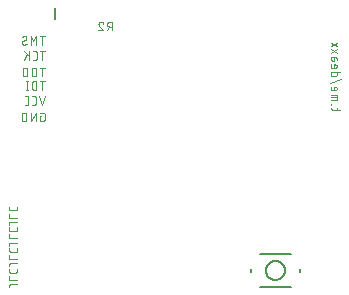
<source format=gbr>
G04 EAGLE Gerber RS-274X export*
G75*
%MOMM*%
%FSLAX34Y34*%
%LPD*%
%INSilkscreen Bottom*%
%IPPOS*%
%AMOC8*
5,1,8,0,0,1.08239X$1,22.5*%
G01*
%ADD10C,0.076200*%
%ADD11C,0.127000*%
%ADD12C,0.203200*%


D10*
X16995Y43868D02*
X11266Y43868D01*
X11188Y43866D01*
X11110Y43861D01*
X11033Y43851D01*
X10956Y43838D01*
X10880Y43822D01*
X10805Y43802D01*
X10731Y43778D01*
X10658Y43751D01*
X10586Y43720D01*
X10516Y43686D01*
X10448Y43649D01*
X10381Y43608D01*
X10316Y43564D01*
X10254Y43518D01*
X10194Y43468D01*
X10136Y43416D01*
X10081Y43361D01*
X10029Y43303D01*
X9979Y43243D01*
X9933Y43181D01*
X9889Y43116D01*
X9848Y43050D01*
X9811Y42981D01*
X9777Y42911D01*
X9746Y42839D01*
X9719Y42766D01*
X9695Y42692D01*
X9675Y42617D01*
X9659Y42541D01*
X9646Y42464D01*
X9636Y42387D01*
X9631Y42309D01*
X9629Y42231D01*
X9629Y41413D01*
X9629Y47562D02*
X16995Y47562D01*
X9629Y47562D02*
X9629Y50836D01*
X9629Y55256D02*
X9629Y56893D01*
X9629Y55256D02*
X9631Y55178D01*
X9636Y55100D01*
X9646Y55023D01*
X9659Y54946D01*
X9675Y54870D01*
X9695Y54795D01*
X9719Y54721D01*
X9746Y54648D01*
X9777Y54576D01*
X9811Y54506D01*
X9848Y54438D01*
X9889Y54371D01*
X9933Y54306D01*
X9979Y54244D01*
X10029Y54184D01*
X10081Y54126D01*
X10136Y54071D01*
X10194Y54019D01*
X10254Y53969D01*
X10316Y53923D01*
X10381Y53879D01*
X10447Y53838D01*
X10516Y53801D01*
X10586Y53767D01*
X10658Y53736D01*
X10731Y53709D01*
X10805Y53685D01*
X10880Y53665D01*
X10956Y53649D01*
X11033Y53636D01*
X11110Y53626D01*
X11188Y53621D01*
X11266Y53619D01*
X15358Y53619D01*
X15436Y53621D01*
X15514Y53626D01*
X15591Y53636D01*
X15668Y53649D01*
X15744Y53665D01*
X15819Y53685D01*
X15893Y53709D01*
X15966Y53736D01*
X16038Y53767D01*
X16108Y53801D01*
X16177Y53838D01*
X16243Y53879D01*
X16308Y53923D01*
X16370Y53969D01*
X16430Y54019D01*
X16488Y54071D01*
X16543Y54126D01*
X16595Y54184D01*
X16645Y54244D01*
X16691Y54306D01*
X16735Y54371D01*
X16776Y54438D01*
X16813Y54506D01*
X16847Y54576D01*
X16878Y54648D01*
X16905Y54721D01*
X16929Y54795D01*
X16949Y54870D01*
X16965Y54946D01*
X16978Y55023D01*
X16988Y55100D01*
X16993Y55178D01*
X16995Y55256D01*
X16995Y56893D01*
X16995Y61424D02*
X11266Y61424D01*
X11188Y61422D01*
X11110Y61417D01*
X11033Y61407D01*
X10956Y61394D01*
X10880Y61378D01*
X10805Y61358D01*
X10731Y61334D01*
X10658Y61307D01*
X10586Y61276D01*
X10516Y61242D01*
X10448Y61205D01*
X10381Y61164D01*
X10316Y61120D01*
X10254Y61074D01*
X10194Y61024D01*
X10136Y60972D01*
X10081Y60917D01*
X10029Y60859D01*
X9979Y60799D01*
X9933Y60737D01*
X9889Y60672D01*
X9848Y60606D01*
X9811Y60537D01*
X9777Y60467D01*
X9746Y60395D01*
X9719Y60322D01*
X9695Y60248D01*
X9675Y60173D01*
X9659Y60097D01*
X9646Y60020D01*
X9636Y59943D01*
X9631Y59865D01*
X9629Y59787D01*
X9629Y58969D01*
X9629Y65118D02*
X16995Y65118D01*
X9629Y65118D02*
X9629Y68392D01*
X9629Y72812D02*
X9629Y74449D01*
X9629Y72812D02*
X9631Y72734D01*
X9636Y72656D01*
X9646Y72579D01*
X9659Y72502D01*
X9675Y72426D01*
X9695Y72351D01*
X9719Y72277D01*
X9746Y72204D01*
X9777Y72132D01*
X9811Y72062D01*
X9848Y71994D01*
X9889Y71927D01*
X9933Y71862D01*
X9979Y71800D01*
X10029Y71740D01*
X10081Y71682D01*
X10136Y71627D01*
X10194Y71575D01*
X10254Y71525D01*
X10316Y71479D01*
X10381Y71435D01*
X10447Y71394D01*
X10516Y71357D01*
X10586Y71323D01*
X10658Y71292D01*
X10731Y71265D01*
X10805Y71241D01*
X10880Y71221D01*
X10956Y71205D01*
X11033Y71192D01*
X11110Y71182D01*
X11188Y71177D01*
X11266Y71175D01*
X15358Y71175D01*
X15436Y71177D01*
X15514Y71182D01*
X15591Y71192D01*
X15668Y71205D01*
X15744Y71221D01*
X15819Y71241D01*
X15893Y71265D01*
X15966Y71292D01*
X16038Y71323D01*
X16108Y71357D01*
X16177Y71394D01*
X16243Y71435D01*
X16308Y71479D01*
X16370Y71525D01*
X16430Y71575D01*
X16488Y71627D01*
X16543Y71682D01*
X16595Y71740D01*
X16645Y71800D01*
X16691Y71862D01*
X16735Y71927D01*
X16776Y71994D01*
X16813Y72062D01*
X16847Y72132D01*
X16878Y72204D01*
X16905Y72277D01*
X16929Y72351D01*
X16949Y72426D01*
X16965Y72502D01*
X16978Y72579D01*
X16988Y72656D01*
X16993Y72734D01*
X16995Y72812D01*
X16995Y74449D01*
X16995Y78981D02*
X11266Y78981D01*
X11188Y78979D01*
X11110Y78974D01*
X11033Y78964D01*
X10956Y78951D01*
X10880Y78935D01*
X10805Y78915D01*
X10731Y78891D01*
X10658Y78864D01*
X10586Y78833D01*
X10516Y78799D01*
X10448Y78762D01*
X10381Y78721D01*
X10316Y78677D01*
X10254Y78631D01*
X10194Y78581D01*
X10136Y78529D01*
X10081Y78474D01*
X10029Y78416D01*
X9979Y78356D01*
X9933Y78294D01*
X9889Y78229D01*
X9848Y78163D01*
X9811Y78094D01*
X9777Y78024D01*
X9746Y77952D01*
X9719Y77879D01*
X9695Y77805D01*
X9675Y77730D01*
X9659Y77654D01*
X9646Y77577D01*
X9636Y77500D01*
X9631Y77422D01*
X9629Y77344D01*
X9629Y76525D01*
X9629Y82675D02*
X16995Y82675D01*
X9629Y82675D02*
X9629Y85948D01*
X9629Y90369D02*
X9629Y92006D01*
X9629Y90369D02*
X9631Y90291D01*
X9636Y90213D01*
X9646Y90136D01*
X9659Y90059D01*
X9675Y89983D01*
X9695Y89908D01*
X9719Y89834D01*
X9746Y89761D01*
X9777Y89689D01*
X9811Y89619D01*
X9848Y89551D01*
X9889Y89484D01*
X9933Y89419D01*
X9979Y89357D01*
X10029Y89297D01*
X10081Y89239D01*
X10136Y89184D01*
X10194Y89132D01*
X10254Y89082D01*
X10316Y89036D01*
X10381Y88992D01*
X10447Y88951D01*
X10516Y88914D01*
X10586Y88880D01*
X10658Y88849D01*
X10731Y88822D01*
X10805Y88798D01*
X10880Y88778D01*
X10956Y88762D01*
X11033Y88749D01*
X11110Y88739D01*
X11188Y88734D01*
X11266Y88732D01*
X15358Y88732D01*
X15436Y88734D01*
X15514Y88739D01*
X15591Y88749D01*
X15668Y88762D01*
X15744Y88778D01*
X15819Y88798D01*
X15893Y88822D01*
X15966Y88849D01*
X16038Y88880D01*
X16108Y88914D01*
X16177Y88951D01*
X16243Y88992D01*
X16308Y89036D01*
X16370Y89082D01*
X16430Y89132D01*
X16488Y89184D01*
X16543Y89239D01*
X16595Y89297D01*
X16645Y89357D01*
X16691Y89419D01*
X16735Y89484D01*
X16776Y89551D01*
X16813Y89619D01*
X16847Y89689D01*
X16878Y89761D01*
X16905Y89834D01*
X16929Y89908D01*
X16949Y89983D01*
X16965Y90059D01*
X16978Y90136D01*
X16988Y90213D01*
X16993Y90291D01*
X16995Y90369D01*
X16995Y92006D01*
X16995Y96537D02*
X11266Y96537D01*
X11188Y96535D01*
X11110Y96530D01*
X11033Y96520D01*
X10956Y96507D01*
X10880Y96491D01*
X10805Y96471D01*
X10731Y96447D01*
X10658Y96420D01*
X10586Y96389D01*
X10516Y96355D01*
X10448Y96318D01*
X10381Y96277D01*
X10316Y96233D01*
X10254Y96187D01*
X10194Y96137D01*
X10136Y96085D01*
X10081Y96030D01*
X10029Y95972D01*
X9979Y95912D01*
X9933Y95850D01*
X9889Y95785D01*
X9848Y95719D01*
X9811Y95650D01*
X9777Y95580D01*
X9746Y95508D01*
X9719Y95435D01*
X9695Y95361D01*
X9675Y95286D01*
X9659Y95210D01*
X9646Y95133D01*
X9636Y95056D01*
X9631Y94978D01*
X9629Y94900D01*
X9629Y94082D01*
X9629Y100231D02*
X16995Y100231D01*
X9629Y100231D02*
X9629Y103505D01*
X9629Y107925D02*
X9629Y109562D01*
X9629Y107925D02*
X9631Y107847D01*
X9636Y107769D01*
X9646Y107692D01*
X9659Y107615D01*
X9675Y107539D01*
X9695Y107464D01*
X9719Y107390D01*
X9746Y107317D01*
X9777Y107245D01*
X9811Y107175D01*
X9848Y107107D01*
X9889Y107040D01*
X9933Y106975D01*
X9979Y106913D01*
X10029Y106853D01*
X10081Y106795D01*
X10136Y106740D01*
X10194Y106688D01*
X10254Y106638D01*
X10316Y106592D01*
X10381Y106548D01*
X10447Y106507D01*
X10516Y106470D01*
X10586Y106436D01*
X10658Y106405D01*
X10731Y106378D01*
X10805Y106354D01*
X10880Y106334D01*
X10956Y106318D01*
X11033Y106305D01*
X11110Y106295D01*
X11188Y106290D01*
X11266Y106288D01*
X15358Y106288D01*
X15436Y106290D01*
X15514Y106295D01*
X15591Y106305D01*
X15668Y106318D01*
X15744Y106334D01*
X15819Y106354D01*
X15893Y106378D01*
X15966Y106405D01*
X16038Y106436D01*
X16108Y106470D01*
X16177Y106507D01*
X16243Y106548D01*
X16308Y106592D01*
X16370Y106638D01*
X16430Y106688D01*
X16488Y106740D01*
X16543Y106795D01*
X16595Y106853D01*
X16645Y106913D01*
X16691Y106975D01*
X16735Y107040D01*
X16776Y107107D01*
X16813Y107175D01*
X16847Y107245D01*
X16878Y107317D01*
X16905Y107390D01*
X16929Y107464D01*
X16949Y107539D01*
X16965Y107615D01*
X16978Y107692D01*
X16988Y107769D01*
X16993Y107847D01*
X16995Y107925D01*
X16995Y109562D01*
X38063Y246518D02*
X38063Y253884D01*
X40109Y253884D02*
X36017Y253884D01*
X32959Y253884D02*
X32959Y246518D01*
X30504Y249791D02*
X32959Y253884D01*
X30504Y249791D02*
X28049Y253884D01*
X28049Y246518D01*
X22292Y246517D02*
X22214Y246519D01*
X22136Y246524D01*
X22059Y246534D01*
X21982Y246547D01*
X21906Y246563D01*
X21831Y246583D01*
X21757Y246607D01*
X21684Y246634D01*
X21612Y246665D01*
X21542Y246699D01*
X21474Y246736D01*
X21407Y246777D01*
X21342Y246821D01*
X21280Y246867D01*
X21220Y246917D01*
X21162Y246969D01*
X21107Y247024D01*
X21055Y247082D01*
X21005Y247142D01*
X20959Y247204D01*
X20915Y247269D01*
X20874Y247335D01*
X20837Y247404D01*
X20803Y247474D01*
X20772Y247546D01*
X20745Y247619D01*
X20721Y247693D01*
X20701Y247768D01*
X20685Y247844D01*
X20672Y247921D01*
X20662Y247998D01*
X20657Y248076D01*
X20655Y248154D01*
X22292Y246518D02*
X22406Y246520D01*
X22519Y246525D01*
X22633Y246535D01*
X22746Y246548D01*
X22858Y246565D01*
X22970Y246585D01*
X23081Y246609D01*
X23192Y246637D01*
X23301Y246668D01*
X23409Y246703D01*
X23516Y246742D01*
X23622Y246784D01*
X23726Y246829D01*
X23829Y246878D01*
X23930Y246931D01*
X24029Y246986D01*
X24127Y247045D01*
X24222Y247107D01*
X24315Y247172D01*
X24407Y247240D01*
X24495Y247311D01*
X24582Y247385D01*
X24666Y247462D01*
X24747Y247541D01*
X24543Y252247D02*
X24541Y252325D01*
X24536Y252403D01*
X24526Y252480D01*
X24513Y252557D01*
X24497Y252633D01*
X24477Y252708D01*
X24453Y252782D01*
X24426Y252855D01*
X24395Y252927D01*
X24361Y252997D01*
X24324Y253066D01*
X24283Y253132D01*
X24239Y253197D01*
X24193Y253259D01*
X24143Y253319D01*
X24091Y253377D01*
X24036Y253432D01*
X23978Y253484D01*
X23918Y253534D01*
X23856Y253580D01*
X23791Y253624D01*
X23725Y253665D01*
X23656Y253702D01*
X23586Y253736D01*
X23514Y253767D01*
X23441Y253794D01*
X23367Y253818D01*
X23292Y253838D01*
X23216Y253854D01*
X23139Y253867D01*
X23062Y253877D01*
X22984Y253882D01*
X22906Y253884D01*
X22906Y253883D02*
X22796Y253881D01*
X22687Y253875D01*
X22577Y253865D01*
X22469Y253852D01*
X22360Y253834D01*
X22253Y253813D01*
X22146Y253787D01*
X22040Y253758D01*
X21935Y253726D01*
X21832Y253689D01*
X21730Y253649D01*
X21629Y253605D01*
X21530Y253557D01*
X21433Y253507D01*
X21338Y253452D01*
X21245Y253394D01*
X21154Y253333D01*
X21065Y253269D01*
X23724Y250814D02*
X23791Y250856D01*
X23856Y250900D01*
X23918Y250948D01*
X23978Y250998D01*
X24036Y251051D01*
X24091Y251107D01*
X24143Y251166D01*
X24193Y251226D01*
X24240Y251290D01*
X24283Y251355D01*
X24324Y251422D01*
X24361Y251491D01*
X24395Y251562D01*
X24426Y251634D01*
X24453Y251708D01*
X24477Y251782D01*
X24497Y251858D01*
X24513Y251935D01*
X24526Y252012D01*
X24536Y252090D01*
X24541Y252169D01*
X24543Y252247D01*
X21473Y249586D02*
X21407Y249545D01*
X21342Y249500D01*
X21280Y249453D01*
X21220Y249402D01*
X21162Y249349D01*
X21107Y249293D01*
X21054Y249235D01*
X21005Y249174D01*
X20958Y249111D01*
X20915Y249046D01*
X20874Y248979D01*
X20837Y248910D01*
X20803Y248839D01*
X20772Y248767D01*
X20745Y248693D01*
X20721Y248618D01*
X20701Y248543D01*
X20685Y248466D01*
X20672Y248389D01*
X20662Y248311D01*
X20657Y248232D01*
X20655Y248154D01*
X21473Y249587D02*
X23724Y250814D01*
X38063Y241184D02*
X38063Y233818D01*
X40109Y241184D02*
X36017Y241184D01*
X31668Y233818D02*
X30031Y233818D01*
X31668Y233817D02*
X31746Y233819D01*
X31824Y233824D01*
X31901Y233834D01*
X31978Y233847D01*
X32054Y233863D01*
X32129Y233883D01*
X32203Y233907D01*
X32276Y233934D01*
X32348Y233965D01*
X32418Y233999D01*
X32487Y234036D01*
X32553Y234077D01*
X32618Y234121D01*
X32680Y234167D01*
X32740Y234217D01*
X32798Y234269D01*
X32853Y234324D01*
X32905Y234382D01*
X32955Y234442D01*
X33001Y234504D01*
X33045Y234569D01*
X33086Y234636D01*
X33123Y234704D01*
X33157Y234774D01*
X33188Y234846D01*
X33215Y234919D01*
X33239Y234993D01*
X33259Y235068D01*
X33275Y235144D01*
X33288Y235221D01*
X33298Y235298D01*
X33303Y235376D01*
X33305Y235454D01*
X33305Y239547D01*
X33303Y239625D01*
X33298Y239703D01*
X33288Y239780D01*
X33275Y239857D01*
X33259Y239933D01*
X33239Y240008D01*
X33215Y240082D01*
X33188Y240155D01*
X33157Y240227D01*
X33123Y240297D01*
X33086Y240366D01*
X33045Y240432D01*
X33001Y240497D01*
X32955Y240559D01*
X32905Y240619D01*
X32853Y240677D01*
X32798Y240732D01*
X32740Y240784D01*
X32680Y240834D01*
X32618Y240880D01*
X32553Y240924D01*
X32487Y240965D01*
X32418Y241002D01*
X32348Y241036D01*
X32276Y241067D01*
X32203Y241094D01*
X32129Y241118D01*
X32054Y241138D01*
X31978Y241154D01*
X31901Y241167D01*
X31824Y241177D01*
X31746Y241182D01*
X31668Y241184D01*
X30031Y241184D01*
X26824Y241184D02*
X26824Y233818D01*
X26824Y236682D02*
X22732Y241184D01*
X25187Y238319D02*
X22732Y233818D01*
X38063Y227214D02*
X38063Y219848D01*
X40109Y227214D02*
X36017Y227214D01*
X33038Y227214D02*
X33038Y219848D01*
X33038Y227214D02*
X30992Y227214D01*
X30992Y227213D02*
X30903Y227211D01*
X30814Y227205D01*
X30725Y227195D01*
X30637Y227182D01*
X30549Y227165D01*
X30462Y227143D01*
X30377Y227118D01*
X30292Y227090D01*
X30209Y227057D01*
X30127Y227021D01*
X30047Y226982D01*
X29969Y226939D01*
X29893Y226893D01*
X29818Y226843D01*
X29746Y226790D01*
X29677Y226734D01*
X29610Y226675D01*
X29545Y226614D01*
X29484Y226549D01*
X29425Y226482D01*
X29369Y226413D01*
X29316Y226341D01*
X29266Y226266D01*
X29220Y226190D01*
X29177Y226112D01*
X29138Y226032D01*
X29102Y225950D01*
X29069Y225867D01*
X29041Y225782D01*
X29016Y225697D01*
X28994Y225610D01*
X28977Y225522D01*
X28964Y225434D01*
X28954Y225345D01*
X28948Y225256D01*
X28946Y225167D01*
X28946Y221894D01*
X28948Y221805D01*
X28954Y221716D01*
X28964Y221627D01*
X28977Y221539D01*
X28994Y221451D01*
X29016Y221364D01*
X29041Y221279D01*
X29069Y221194D01*
X29102Y221111D01*
X29138Y221029D01*
X29177Y220949D01*
X29220Y220871D01*
X29266Y220795D01*
X29316Y220720D01*
X29369Y220648D01*
X29425Y220579D01*
X29484Y220512D01*
X29545Y220447D01*
X29610Y220386D01*
X29677Y220327D01*
X29746Y220271D01*
X29818Y220218D01*
X29893Y220168D01*
X29969Y220122D01*
X30047Y220079D01*
X30127Y220040D01*
X30209Y220004D01*
X30292Y219971D01*
X30377Y219943D01*
X30462Y219918D01*
X30549Y219896D01*
X30637Y219879D01*
X30725Y219866D01*
X30814Y219856D01*
X30903Y219850D01*
X30992Y219848D01*
X33038Y219848D01*
X25479Y221894D02*
X25479Y225167D01*
X25477Y225256D01*
X25471Y225345D01*
X25461Y225434D01*
X25448Y225522D01*
X25431Y225610D01*
X25409Y225697D01*
X25384Y225782D01*
X25356Y225867D01*
X25323Y225950D01*
X25287Y226032D01*
X25248Y226112D01*
X25205Y226190D01*
X25159Y226266D01*
X25109Y226341D01*
X25056Y226413D01*
X25000Y226482D01*
X24941Y226549D01*
X24880Y226614D01*
X24815Y226675D01*
X24748Y226734D01*
X24679Y226790D01*
X24607Y226843D01*
X24532Y226893D01*
X24456Y226939D01*
X24378Y226982D01*
X24298Y227021D01*
X24216Y227057D01*
X24133Y227090D01*
X24048Y227118D01*
X23963Y227143D01*
X23876Y227165D01*
X23788Y227182D01*
X23700Y227195D01*
X23611Y227205D01*
X23522Y227211D01*
X23433Y227213D01*
X23344Y227211D01*
X23255Y227205D01*
X23166Y227195D01*
X23078Y227182D01*
X22990Y227165D01*
X22903Y227143D01*
X22818Y227118D01*
X22733Y227090D01*
X22650Y227057D01*
X22568Y227021D01*
X22488Y226982D01*
X22410Y226939D01*
X22334Y226893D01*
X22259Y226843D01*
X22187Y226790D01*
X22118Y226734D01*
X22051Y226675D01*
X21986Y226614D01*
X21925Y226549D01*
X21866Y226482D01*
X21810Y226413D01*
X21757Y226341D01*
X21707Y226266D01*
X21661Y226190D01*
X21618Y226112D01*
X21579Y226032D01*
X21543Y225950D01*
X21510Y225867D01*
X21482Y225782D01*
X21457Y225697D01*
X21435Y225610D01*
X21418Y225522D01*
X21405Y225434D01*
X21395Y225345D01*
X21389Y225256D01*
X21387Y225167D01*
X21386Y225167D02*
X21386Y221894D01*
X21387Y221894D02*
X21389Y221805D01*
X21395Y221716D01*
X21405Y221627D01*
X21418Y221539D01*
X21435Y221451D01*
X21457Y221364D01*
X21482Y221279D01*
X21510Y221194D01*
X21543Y221111D01*
X21579Y221029D01*
X21618Y220949D01*
X21661Y220871D01*
X21707Y220795D01*
X21757Y220720D01*
X21810Y220648D01*
X21866Y220579D01*
X21925Y220512D01*
X21986Y220447D01*
X22051Y220386D01*
X22118Y220327D01*
X22187Y220271D01*
X22259Y220218D01*
X22334Y220168D01*
X22410Y220122D01*
X22488Y220079D01*
X22568Y220040D01*
X22650Y220004D01*
X22733Y219971D01*
X22818Y219943D01*
X22903Y219918D01*
X22990Y219896D01*
X23078Y219879D01*
X23166Y219866D01*
X23255Y219856D01*
X23344Y219850D01*
X23433Y219848D01*
X23522Y219850D01*
X23611Y219856D01*
X23700Y219866D01*
X23788Y219879D01*
X23876Y219896D01*
X23963Y219918D01*
X24048Y219943D01*
X24133Y219971D01*
X24216Y220004D01*
X24298Y220040D01*
X24378Y220079D01*
X24456Y220122D01*
X24532Y220168D01*
X24607Y220218D01*
X24679Y220271D01*
X24748Y220327D01*
X24815Y220386D01*
X24880Y220447D01*
X24941Y220512D01*
X25000Y220579D01*
X25056Y220648D01*
X25109Y220720D01*
X25159Y220795D01*
X25205Y220871D01*
X25248Y220949D01*
X25287Y221029D01*
X25323Y221111D01*
X25356Y221194D01*
X25384Y221279D01*
X25409Y221364D01*
X25431Y221451D01*
X25448Y221539D01*
X25461Y221627D01*
X25471Y221716D01*
X25477Y221805D01*
X25479Y221894D01*
X38063Y215784D02*
X38063Y208418D01*
X40109Y215784D02*
X36017Y215784D01*
X33038Y215784D02*
X33038Y208418D01*
X33038Y215784D02*
X30992Y215784D01*
X30992Y215783D02*
X30903Y215781D01*
X30814Y215775D01*
X30725Y215765D01*
X30637Y215752D01*
X30549Y215735D01*
X30462Y215713D01*
X30377Y215688D01*
X30292Y215660D01*
X30209Y215627D01*
X30127Y215591D01*
X30047Y215552D01*
X29969Y215509D01*
X29893Y215463D01*
X29818Y215413D01*
X29746Y215360D01*
X29677Y215304D01*
X29610Y215245D01*
X29545Y215184D01*
X29484Y215119D01*
X29425Y215052D01*
X29369Y214983D01*
X29316Y214911D01*
X29266Y214836D01*
X29220Y214760D01*
X29177Y214682D01*
X29138Y214602D01*
X29102Y214520D01*
X29069Y214437D01*
X29041Y214352D01*
X29016Y214267D01*
X28994Y214180D01*
X28977Y214092D01*
X28964Y214004D01*
X28954Y213915D01*
X28948Y213826D01*
X28946Y213737D01*
X28946Y210464D01*
X28948Y210375D01*
X28954Y210286D01*
X28964Y210197D01*
X28977Y210109D01*
X28994Y210021D01*
X29016Y209934D01*
X29041Y209849D01*
X29069Y209764D01*
X29102Y209681D01*
X29138Y209599D01*
X29177Y209519D01*
X29220Y209441D01*
X29266Y209365D01*
X29316Y209290D01*
X29369Y209218D01*
X29425Y209149D01*
X29484Y209082D01*
X29545Y209017D01*
X29610Y208956D01*
X29677Y208897D01*
X29746Y208841D01*
X29818Y208788D01*
X29893Y208738D01*
X29969Y208692D01*
X30047Y208649D01*
X30127Y208610D01*
X30209Y208574D01*
X30292Y208541D01*
X30377Y208513D01*
X30462Y208488D01*
X30549Y208466D01*
X30637Y208449D01*
X30725Y208436D01*
X30814Y208426D01*
X30903Y208420D01*
X30992Y208418D01*
X33038Y208418D01*
X24896Y208418D02*
X24896Y215784D01*
X25714Y208418D02*
X24077Y208418D01*
X24077Y215784D02*
X25714Y215784D01*
X40109Y203084D02*
X37654Y195718D01*
X35198Y203084D01*
X30771Y195718D02*
X29134Y195718D01*
X30771Y195717D02*
X30849Y195719D01*
X30927Y195724D01*
X31004Y195734D01*
X31081Y195747D01*
X31157Y195763D01*
X31232Y195783D01*
X31306Y195807D01*
X31379Y195834D01*
X31451Y195865D01*
X31521Y195899D01*
X31590Y195936D01*
X31656Y195977D01*
X31721Y196021D01*
X31783Y196067D01*
X31843Y196117D01*
X31901Y196169D01*
X31956Y196224D01*
X32008Y196282D01*
X32058Y196342D01*
X32104Y196404D01*
X32148Y196469D01*
X32189Y196536D01*
X32226Y196604D01*
X32260Y196674D01*
X32291Y196746D01*
X32318Y196819D01*
X32342Y196893D01*
X32362Y196968D01*
X32378Y197044D01*
X32391Y197121D01*
X32401Y197198D01*
X32406Y197276D01*
X32408Y197354D01*
X32408Y201447D01*
X32406Y201525D01*
X32401Y201603D01*
X32391Y201680D01*
X32378Y201757D01*
X32362Y201833D01*
X32342Y201908D01*
X32318Y201982D01*
X32291Y202055D01*
X32260Y202127D01*
X32226Y202197D01*
X32189Y202266D01*
X32148Y202332D01*
X32104Y202397D01*
X32058Y202459D01*
X32008Y202519D01*
X31956Y202577D01*
X31901Y202632D01*
X31843Y202684D01*
X31783Y202734D01*
X31721Y202780D01*
X31656Y202824D01*
X31590Y202865D01*
X31521Y202902D01*
X31451Y202936D01*
X31379Y202967D01*
X31306Y202994D01*
X31232Y203018D01*
X31157Y203038D01*
X31081Y203054D01*
X31004Y203067D01*
X30927Y203077D01*
X30849Y203082D01*
X30771Y203084D01*
X29134Y203084D01*
X24675Y195718D02*
X23038Y195718D01*
X24675Y195717D02*
X24753Y195719D01*
X24831Y195724D01*
X24908Y195734D01*
X24985Y195747D01*
X25061Y195763D01*
X25136Y195783D01*
X25210Y195807D01*
X25283Y195834D01*
X25355Y195865D01*
X25425Y195899D01*
X25494Y195936D01*
X25560Y195977D01*
X25625Y196021D01*
X25687Y196067D01*
X25747Y196117D01*
X25805Y196169D01*
X25860Y196224D01*
X25912Y196282D01*
X25962Y196342D01*
X26008Y196404D01*
X26052Y196469D01*
X26093Y196536D01*
X26130Y196604D01*
X26164Y196674D01*
X26195Y196746D01*
X26222Y196819D01*
X26246Y196893D01*
X26266Y196968D01*
X26282Y197044D01*
X26295Y197121D01*
X26305Y197198D01*
X26310Y197276D01*
X26312Y197354D01*
X26312Y201447D01*
X26310Y201525D01*
X26305Y201603D01*
X26295Y201680D01*
X26282Y201757D01*
X26266Y201833D01*
X26246Y201908D01*
X26222Y201982D01*
X26195Y202055D01*
X26164Y202127D01*
X26130Y202197D01*
X26093Y202266D01*
X26052Y202332D01*
X26008Y202397D01*
X25962Y202459D01*
X25912Y202519D01*
X25860Y202577D01*
X25805Y202632D01*
X25747Y202684D01*
X25687Y202734D01*
X25625Y202780D01*
X25560Y202824D01*
X25494Y202865D01*
X25425Y202902D01*
X25355Y202936D01*
X25283Y202967D01*
X25210Y202994D01*
X25136Y203018D01*
X25061Y203038D01*
X24985Y203054D01*
X24908Y203067D01*
X24831Y203077D01*
X24753Y203082D01*
X24675Y203084D01*
X23038Y203084D01*
X36017Y185840D02*
X37245Y185840D01*
X36017Y185840D02*
X36017Y181748D01*
X38472Y181748D01*
X38472Y181747D02*
X38550Y181749D01*
X38628Y181754D01*
X38705Y181764D01*
X38782Y181777D01*
X38858Y181793D01*
X38933Y181813D01*
X39007Y181837D01*
X39080Y181864D01*
X39152Y181895D01*
X39222Y181929D01*
X39291Y181966D01*
X39357Y182007D01*
X39422Y182051D01*
X39484Y182097D01*
X39544Y182147D01*
X39602Y182199D01*
X39657Y182254D01*
X39709Y182312D01*
X39759Y182372D01*
X39805Y182434D01*
X39849Y182499D01*
X39890Y182566D01*
X39927Y182634D01*
X39961Y182704D01*
X39992Y182776D01*
X40019Y182849D01*
X40043Y182923D01*
X40063Y182998D01*
X40079Y183074D01*
X40092Y183151D01*
X40102Y183228D01*
X40107Y183306D01*
X40109Y183384D01*
X40109Y187477D01*
X40107Y187555D01*
X40102Y187633D01*
X40092Y187710D01*
X40079Y187787D01*
X40063Y187863D01*
X40043Y187938D01*
X40019Y188012D01*
X39992Y188085D01*
X39961Y188157D01*
X39927Y188227D01*
X39890Y188296D01*
X39849Y188362D01*
X39805Y188427D01*
X39759Y188489D01*
X39709Y188549D01*
X39657Y188607D01*
X39602Y188662D01*
X39544Y188714D01*
X39484Y188764D01*
X39422Y188810D01*
X39357Y188854D01*
X39291Y188895D01*
X39222Y188932D01*
X39152Y188966D01*
X39080Y188997D01*
X39007Y189024D01*
X38933Y189048D01*
X38858Y189068D01*
X38782Y189084D01*
X38705Y189097D01*
X38628Y189107D01*
X38550Y189112D01*
X38472Y189114D01*
X36017Y189114D01*
X32306Y189114D02*
X32306Y181748D01*
X28214Y181748D02*
X32306Y189114D01*
X28214Y189114D02*
X28214Y181748D01*
X24503Y181748D02*
X24503Y189114D01*
X22457Y189114D01*
X22457Y189113D02*
X22368Y189111D01*
X22279Y189105D01*
X22190Y189095D01*
X22102Y189082D01*
X22014Y189065D01*
X21927Y189043D01*
X21842Y189018D01*
X21757Y188990D01*
X21674Y188957D01*
X21592Y188921D01*
X21512Y188882D01*
X21434Y188839D01*
X21358Y188793D01*
X21283Y188743D01*
X21211Y188690D01*
X21142Y188634D01*
X21075Y188575D01*
X21010Y188514D01*
X20949Y188449D01*
X20890Y188382D01*
X20834Y188313D01*
X20781Y188241D01*
X20731Y188166D01*
X20685Y188090D01*
X20642Y188012D01*
X20603Y187932D01*
X20567Y187850D01*
X20534Y187767D01*
X20506Y187682D01*
X20481Y187597D01*
X20459Y187510D01*
X20442Y187422D01*
X20429Y187334D01*
X20419Y187245D01*
X20413Y187156D01*
X20411Y187067D01*
X20411Y183794D01*
X20413Y183705D01*
X20419Y183616D01*
X20429Y183527D01*
X20442Y183439D01*
X20459Y183351D01*
X20481Y183264D01*
X20506Y183179D01*
X20534Y183094D01*
X20567Y183011D01*
X20603Y182929D01*
X20642Y182849D01*
X20685Y182771D01*
X20731Y182695D01*
X20781Y182620D01*
X20834Y182548D01*
X20890Y182479D01*
X20949Y182412D01*
X21010Y182347D01*
X21075Y182286D01*
X21142Y182227D01*
X21211Y182171D01*
X21283Y182118D01*
X21358Y182068D01*
X21434Y182022D01*
X21512Y181979D01*
X21592Y181940D01*
X21674Y181904D01*
X21757Y181871D01*
X21842Y181843D01*
X21927Y181818D01*
X22014Y181796D01*
X22102Y181779D01*
X22190Y181766D01*
X22279Y181756D01*
X22368Y181750D01*
X22457Y181748D01*
X24503Y181748D01*
X287336Y190892D02*
X287336Y193347D01*
X289791Y191710D02*
X283653Y191710D01*
X283584Y191712D01*
X283516Y191718D01*
X283447Y191727D01*
X283380Y191741D01*
X283313Y191758D01*
X283247Y191779D01*
X283183Y191803D01*
X283120Y191832D01*
X283059Y191863D01*
X283000Y191898D01*
X282942Y191936D01*
X282887Y191978D01*
X282835Y192022D01*
X282785Y192070D01*
X282737Y192120D01*
X282693Y192172D01*
X282651Y192227D01*
X282613Y192285D01*
X282578Y192344D01*
X282547Y192405D01*
X282518Y192468D01*
X282494Y192532D01*
X282473Y192598D01*
X282456Y192665D01*
X282442Y192732D01*
X282433Y192801D01*
X282427Y192869D01*
X282425Y192938D01*
X282425Y193347D01*
X282425Y195880D02*
X282834Y195880D01*
X282834Y196289D01*
X282425Y196289D01*
X282425Y195880D01*
X282425Y199482D02*
X287336Y199482D01*
X287336Y203165D01*
X287334Y203234D01*
X287328Y203302D01*
X287319Y203371D01*
X287305Y203438D01*
X287288Y203505D01*
X287267Y203571D01*
X287243Y203635D01*
X287214Y203698D01*
X287183Y203759D01*
X287148Y203818D01*
X287110Y203876D01*
X287068Y203931D01*
X287024Y203983D01*
X286976Y204033D01*
X286926Y204081D01*
X286874Y204125D01*
X286819Y204167D01*
X286761Y204205D01*
X286702Y204240D01*
X286641Y204271D01*
X286578Y204300D01*
X286514Y204324D01*
X286448Y204345D01*
X286381Y204362D01*
X286314Y204376D01*
X286245Y204385D01*
X286177Y204391D01*
X286108Y204393D01*
X286108Y204392D02*
X282425Y204392D01*
X282425Y201937D02*
X287336Y201937D01*
X282425Y209087D02*
X282425Y211133D01*
X282425Y209087D02*
X282427Y209018D01*
X282433Y208950D01*
X282442Y208881D01*
X282456Y208814D01*
X282473Y208747D01*
X282494Y208681D01*
X282518Y208617D01*
X282547Y208554D01*
X282578Y208493D01*
X282613Y208434D01*
X282651Y208376D01*
X282693Y208321D01*
X282737Y208269D01*
X282785Y208219D01*
X282835Y208171D01*
X282887Y208127D01*
X282942Y208085D01*
X283000Y208047D01*
X283059Y208012D01*
X283120Y207981D01*
X283183Y207952D01*
X283247Y207928D01*
X283313Y207907D01*
X283380Y207890D01*
X283447Y207876D01*
X283516Y207867D01*
X283584Y207861D01*
X283653Y207859D01*
X285699Y207859D01*
X285778Y207861D01*
X285857Y207867D01*
X285936Y207876D01*
X286014Y207889D01*
X286091Y207907D01*
X286167Y207927D01*
X286242Y207952D01*
X286316Y207980D01*
X286389Y208011D01*
X286460Y208047D01*
X286529Y208085D01*
X286596Y208127D01*
X286661Y208172D01*
X286724Y208220D01*
X286785Y208271D01*
X286842Y208325D01*
X286898Y208381D01*
X286950Y208440D01*
X287000Y208502D01*
X287046Y208566D01*
X287090Y208632D01*
X287130Y208700D01*
X287166Y208770D01*
X287200Y208842D01*
X287230Y208916D01*
X287256Y208990D01*
X287279Y209066D01*
X287297Y209143D01*
X287313Y209220D01*
X287324Y209299D01*
X287332Y209377D01*
X287336Y209456D01*
X287336Y209536D01*
X287332Y209615D01*
X287324Y209693D01*
X287313Y209772D01*
X287297Y209849D01*
X287279Y209926D01*
X287256Y210002D01*
X287230Y210076D01*
X287200Y210150D01*
X287166Y210222D01*
X287130Y210292D01*
X287090Y210360D01*
X287046Y210426D01*
X287000Y210490D01*
X286950Y210552D01*
X286898Y210611D01*
X286842Y210667D01*
X286785Y210721D01*
X286724Y210772D01*
X286661Y210820D01*
X286596Y210865D01*
X286529Y210907D01*
X286460Y210945D01*
X286389Y210981D01*
X286316Y211012D01*
X286242Y211040D01*
X286167Y211065D01*
X286091Y211085D01*
X286014Y211103D01*
X285936Y211116D01*
X285857Y211125D01*
X285778Y211131D01*
X285699Y211133D01*
X284880Y211133D01*
X284880Y207859D01*
X281607Y213955D02*
X290610Y217229D01*
X289791Y223284D02*
X282425Y223284D01*
X282425Y221238D01*
X282427Y221169D01*
X282433Y221101D01*
X282442Y221032D01*
X282456Y220965D01*
X282473Y220898D01*
X282494Y220832D01*
X282518Y220768D01*
X282547Y220705D01*
X282578Y220644D01*
X282613Y220585D01*
X282651Y220527D01*
X282693Y220472D01*
X282737Y220420D01*
X282785Y220370D01*
X282835Y220322D01*
X282887Y220278D01*
X282942Y220236D01*
X283000Y220198D01*
X283059Y220163D01*
X283120Y220132D01*
X283183Y220103D01*
X283247Y220079D01*
X283313Y220058D01*
X283380Y220041D01*
X283447Y220027D01*
X283516Y220018D01*
X283584Y220012D01*
X283653Y220010D01*
X286108Y220010D01*
X286177Y220012D01*
X286245Y220018D01*
X286314Y220027D01*
X286381Y220041D01*
X286448Y220058D01*
X286514Y220079D01*
X286578Y220103D01*
X286641Y220132D01*
X286702Y220163D01*
X286761Y220198D01*
X286819Y220236D01*
X286874Y220278D01*
X286926Y220322D01*
X286976Y220370D01*
X287024Y220420D01*
X287068Y220472D01*
X287110Y220527D01*
X287148Y220585D01*
X287183Y220644D01*
X287214Y220705D01*
X287243Y220768D01*
X287267Y220832D01*
X287288Y220898D01*
X287305Y220965D01*
X287319Y221032D01*
X287328Y221101D01*
X287334Y221169D01*
X287336Y221238D01*
X287336Y223284D01*
X282425Y227862D02*
X282425Y229908D01*
X282425Y227862D02*
X282427Y227793D01*
X282433Y227725D01*
X282442Y227656D01*
X282456Y227589D01*
X282473Y227522D01*
X282494Y227456D01*
X282518Y227392D01*
X282547Y227329D01*
X282578Y227268D01*
X282613Y227209D01*
X282651Y227151D01*
X282693Y227096D01*
X282737Y227044D01*
X282785Y226994D01*
X282835Y226946D01*
X282887Y226902D01*
X282942Y226860D01*
X283000Y226822D01*
X283059Y226787D01*
X283120Y226756D01*
X283183Y226727D01*
X283247Y226703D01*
X283313Y226682D01*
X283380Y226665D01*
X283447Y226651D01*
X283516Y226642D01*
X283584Y226636D01*
X283653Y226634D01*
X283653Y226635D02*
X285699Y226635D01*
X285778Y226637D01*
X285857Y226643D01*
X285936Y226652D01*
X286014Y226665D01*
X286091Y226683D01*
X286167Y226703D01*
X286242Y226728D01*
X286316Y226756D01*
X286389Y226787D01*
X286460Y226823D01*
X286529Y226861D01*
X286596Y226903D01*
X286661Y226948D01*
X286724Y226996D01*
X286785Y227047D01*
X286842Y227101D01*
X286898Y227157D01*
X286950Y227216D01*
X287000Y227278D01*
X287046Y227342D01*
X287090Y227408D01*
X287130Y227476D01*
X287166Y227546D01*
X287200Y227618D01*
X287230Y227692D01*
X287256Y227766D01*
X287279Y227842D01*
X287297Y227919D01*
X287313Y227996D01*
X287324Y228075D01*
X287332Y228153D01*
X287336Y228232D01*
X287336Y228312D01*
X287332Y228391D01*
X287324Y228469D01*
X287313Y228548D01*
X287297Y228625D01*
X287279Y228702D01*
X287256Y228778D01*
X287230Y228852D01*
X287200Y228926D01*
X287166Y228998D01*
X287130Y229068D01*
X287090Y229136D01*
X287046Y229202D01*
X287000Y229266D01*
X286950Y229328D01*
X286898Y229387D01*
X286842Y229443D01*
X286785Y229497D01*
X286724Y229548D01*
X286661Y229596D01*
X286596Y229641D01*
X286529Y229683D01*
X286460Y229721D01*
X286389Y229757D01*
X286316Y229788D01*
X286242Y229816D01*
X286167Y229841D01*
X286091Y229861D01*
X286014Y229879D01*
X285936Y229892D01*
X285857Y229901D01*
X285778Y229907D01*
X285699Y229909D01*
X285699Y229908D02*
X284880Y229908D01*
X284880Y226635D01*
X285290Y234366D02*
X285290Y236207D01*
X285289Y234366D02*
X285287Y234291D01*
X285281Y234216D01*
X285271Y234142D01*
X285258Y234068D01*
X285240Y233995D01*
X285219Y233923D01*
X285194Y233853D01*
X285165Y233784D01*
X285133Y233716D01*
X285097Y233650D01*
X285058Y233586D01*
X285016Y233524D01*
X284970Y233465D01*
X284921Y233408D01*
X284870Y233353D01*
X284815Y233302D01*
X284758Y233253D01*
X284699Y233207D01*
X284637Y233165D01*
X284573Y233126D01*
X284507Y233090D01*
X284439Y233058D01*
X284370Y233029D01*
X284300Y233004D01*
X284228Y232983D01*
X284155Y232965D01*
X284081Y232952D01*
X284007Y232942D01*
X283932Y232936D01*
X283857Y232934D01*
X283782Y232936D01*
X283707Y232942D01*
X283633Y232952D01*
X283559Y232965D01*
X283486Y232983D01*
X283414Y233004D01*
X283344Y233029D01*
X283275Y233058D01*
X283207Y233090D01*
X283141Y233126D01*
X283077Y233165D01*
X283015Y233207D01*
X282956Y233253D01*
X282899Y233302D01*
X282844Y233353D01*
X282793Y233408D01*
X282744Y233465D01*
X282698Y233524D01*
X282656Y233586D01*
X282617Y233650D01*
X282581Y233716D01*
X282549Y233784D01*
X282520Y233853D01*
X282495Y233923D01*
X282474Y233995D01*
X282456Y234068D01*
X282443Y234142D01*
X282433Y234216D01*
X282427Y234291D01*
X282425Y234366D01*
X282425Y236207D01*
X286108Y236207D01*
X286108Y236208D02*
X286177Y236206D01*
X286245Y236200D01*
X286314Y236191D01*
X286381Y236177D01*
X286448Y236160D01*
X286514Y236139D01*
X286578Y236115D01*
X286641Y236086D01*
X286702Y236055D01*
X286761Y236020D01*
X286819Y235982D01*
X286874Y235940D01*
X286926Y235896D01*
X286976Y235848D01*
X287024Y235798D01*
X287068Y235746D01*
X287110Y235691D01*
X287148Y235633D01*
X287183Y235574D01*
X287214Y235513D01*
X287243Y235450D01*
X287267Y235386D01*
X287288Y235320D01*
X287305Y235253D01*
X287319Y235186D01*
X287328Y235117D01*
X287334Y235049D01*
X287336Y234980D01*
X287336Y233343D01*
X282425Y239314D02*
X287336Y242588D01*
X287336Y239314D02*
X282425Y242588D01*
X282425Y245166D02*
X287336Y248440D01*
X287336Y245166D02*
X282425Y248440D01*
X96926Y258685D02*
X96926Y266051D01*
X94879Y266051D01*
X94790Y266049D01*
X94701Y266043D01*
X94612Y266033D01*
X94524Y266020D01*
X94436Y266003D01*
X94349Y265981D01*
X94264Y265956D01*
X94179Y265928D01*
X94096Y265895D01*
X94014Y265859D01*
X93934Y265820D01*
X93856Y265777D01*
X93780Y265731D01*
X93705Y265681D01*
X93633Y265628D01*
X93564Y265572D01*
X93497Y265513D01*
X93432Y265452D01*
X93371Y265387D01*
X93312Y265320D01*
X93256Y265251D01*
X93203Y265179D01*
X93153Y265104D01*
X93107Y265028D01*
X93064Y264950D01*
X93025Y264870D01*
X92989Y264788D01*
X92956Y264705D01*
X92928Y264620D01*
X92903Y264535D01*
X92881Y264448D01*
X92864Y264360D01*
X92851Y264272D01*
X92841Y264183D01*
X92835Y264094D01*
X92833Y264005D01*
X92835Y263916D01*
X92841Y263827D01*
X92851Y263738D01*
X92864Y263650D01*
X92881Y263562D01*
X92903Y263475D01*
X92928Y263390D01*
X92956Y263305D01*
X92989Y263222D01*
X93025Y263140D01*
X93064Y263060D01*
X93107Y262982D01*
X93153Y262906D01*
X93203Y262831D01*
X93256Y262759D01*
X93312Y262690D01*
X93371Y262623D01*
X93432Y262558D01*
X93497Y262497D01*
X93564Y262438D01*
X93633Y262382D01*
X93705Y262329D01*
X93780Y262279D01*
X93856Y262233D01*
X93934Y262190D01*
X94014Y262151D01*
X94096Y262115D01*
X94179Y262082D01*
X94264Y262054D01*
X94349Y262029D01*
X94436Y262007D01*
X94524Y261990D01*
X94612Y261977D01*
X94701Y261967D01*
X94790Y261961D01*
X94879Y261959D01*
X96926Y261959D01*
X94470Y261959D02*
X92833Y258685D01*
X85569Y264210D02*
X85571Y264295D01*
X85577Y264380D01*
X85587Y264464D01*
X85600Y264548D01*
X85618Y264632D01*
X85639Y264714D01*
X85664Y264795D01*
X85693Y264875D01*
X85726Y264954D01*
X85762Y265031D01*
X85802Y265106D01*
X85845Y265180D01*
X85891Y265251D01*
X85941Y265320D01*
X85994Y265387D01*
X86050Y265451D01*
X86109Y265512D01*
X86170Y265571D01*
X86234Y265627D01*
X86301Y265680D01*
X86370Y265730D01*
X86441Y265776D01*
X86515Y265819D01*
X86590Y265859D01*
X86667Y265895D01*
X86746Y265928D01*
X86826Y265957D01*
X86907Y265982D01*
X86989Y266003D01*
X87073Y266021D01*
X87157Y266034D01*
X87241Y266044D01*
X87326Y266050D01*
X87411Y266052D01*
X87411Y266051D02*
X87507Y266049D01*
X87603Y266043D01*
X87698Y266033D01*
X87793Y266020D01*
X87888Y266002D01*
X87981Y265981D01*
X88074Y265956D01*
X88165Y265927D01*
X88256Y265895D01*
X88345Y265859D01*
X88432Y265819D01*
X88518Y265776D01*
X88602Y265730D01*
X88684Y265680D01*
X88764Y265626D01*
X88841Y265570D01*
X88916Y265510D01*
X88989Y265448D01*
X89059Y265382D01*
X89127Y265314D01*
X89192Y265243D01*
X89253Y265170D01*
X89312Y265094D01*
X89368Y265015D01*
X89420Y264935D01*
X89469Y264852D01*
X89515Y264768D01*
X89557Y264682D01*
X89595Y264594D01*
X89630Y264505D01*
X89662Y264414D01*
X86183Y262778D02*
X86123Y262837D01*
X86066Y262899D01*
X86011Y262963D01*
X85960Y263030D01*
X85911Y263099D01*
X85865Y263169D01*
X85822Y263242D01*
X85782Y263316D01*
X85746Y263392D01*
X85713Y263470D01*
X85683Y263549D01*
X85656Y263629D01*
X85633Y263710D01*
X85614Y263792D01*
X85598Y263874D01*
X85585Y263958D01*
X85576Y264042D01*
X85571Y264126D01*
X85569Y264210D01*
X86183Y262777D02*
X89662Y258685D01*
X85569Y258685D01*
D11*
X48493Y268147D02*
X48493Y277672D01*
D12*
X221977Y69631D02*
X248737Y69631D01*
X248737Y41631D02*
X221977Y41631D01*
X214357Y54331D02*
X214357Y56931D01*
X256357Y56931D02*
X256357Y54331D01*
D11*
X227307Y55631D02*
X227309Y55829D01*
X227317Y56026D01*
X227329Y56223D01*
X227346Y56420D01*
X227368Y56616D01*
X227394Y56812D01*
X227426Y57007D01*
X227462Y57201D01*
X227503Y57395D01*
X227548Y57587D01*
X227599Y57778D01*
X227654Y57968D01*
X227713Y58156D01*
X227778Y58343D01*
X227846Y58528D01*
X227920Y58712D01*
X227998Y58893D01*
X228080Y59073D01*
X228167Y59250D01*
X228258Y59426D01*
X228353Y59599D01*
X228452Y59770D01*
X228556Y59938D01*
X228664Y60103D01*
X228775Y60266D01*
X228891Y60426D01*
X229011Y60584D01*
X229134Y60738D01*
X229261Y60889D01*
X229392Y61037D01*
X229527Y61182D01*
X229665Y61323D01*
X229806Y61461D01*
X229951Y61596D01*
X230099Y61727D01*
X230250Y61854D01*
X230404Y61977D01*
X230562Y62097D01*
X230722Y62213D01*
X230885Y62324D01*
X231050Y62432D01*
X231218Y62536D01*
X231389Y62635D01*
X231562Y62730D01*
X231738Y62821D01*
X231915Y62908D01*
X232095Y62990D01*
X232276Y63068D01*
X232460Y63142D01*
X232645Y63210D01*
X232832Y63275D01*
X233020Y63334D01*
X233210Y63389D01*
X233401Y63440D01*
X233593Y63485D01*
X233787Y63526D01*
X233981Y63562D01*
X234176Y63594D01*
X234372Y63620D01*
X234568Y63642D01*
X234765Y63659D01*
X234962Y63671D01*
X235159Y63679D01*
X235357Y63681D01*
X235555Y63679D01*
X235752Y63671D01*
X235949Y63659D01*
X236146Y63642D01*
X236342Y63620D01*
X236538Y63594D01*
X236733Y63562D01*
X236927Y63526D01*
X237121Y63485D01*
X237313Y63440D01*
X237504Y63389D01*
X237694Y63334D01*
X237882Y63275D01*
X238069Y63210D01*
X238254Y63142D01*
X238438Y63068D01*
X238619Y62990D01*
X238799Y62908D01*
X238976Y62821D01*
X239152Y62730D01*
X239325Y62635D01*
X239496Y62536D01*
X239664Y62432D01*
X239829Y62324D01*
X239992Y62213D01*
X240152Y62097D01*
X240310Y61977D01*
X240464Y61854D01*
X240615Y61727D01*
X240763Y61596D01*
X240908Y61461D01*
X241049Y61323D01*
X241187Y61182D01*
X241322Y61037D01*
X241453Y60889D01*
X241580Y60738D01*
X241703Y60584D01*
X241823Y60426D01*
X241939Y60266D01*
X242050Y60103D01*
X242158Y59938D01*
X242262Y59770D01*
X242361Y59599D01*
X242456Y59426D01*
X242547Y59250D01*
X242634Y59073D01*
X242716Y58893D01*
X242794Y58712D01*
X242868Y58528D01*
X242936Y58343D01*
X243001Y58156D01*
X243060Y57968D01*
X243115Y57778D01*
X243166Y57587D01*
X243211Y57395D01*
X243252Y57201D01*
X243288Y57007D01*
X243320Y56812D01*
X243346Y56616D01*
X243368Y56420D01*
X243385Y56223D01*
X243397Y56026D01*
X243405Y55829D01*
X243407Y55631D01*
X243405Y55433D01*
X243397Y55236D01*
X243385Y55039D01*
X243368Y54842D01*
X243346Y54646D01*
X243320Y54450D01*
X243288Y54255D01*
X243252Y54061D01*
X243211Y53867D01*
X243166Y53675D01*
X243115Y53484D01*
X243060Y53294D01*
X243001Y53106D01*
X242936Y52919D01*
X242868Y52734D01*
X242794Y52550D01*
X242716Y52369D01*
X242634Y52189D01*
X242547Y52012D01*
X242456Y51836D01*
X242361Y51663D01*
X242262Y51492D01*
X242158Y51324D01*
X242050Y51159D01*
X241939Y50996D01*
X241823Y50836D01*
X241703Y50678D01*
X241580Y50524D01*
X241453Y50373D01*
X241322Y50225D01*
X241187Y50080D01*
X241049Y49939D01*
X240908Y49801D01*
X240763Y49666D01*
X240615Y49535D01*
X240464Y49408D01*
X240310Y49285D01*
X240152Y49165D01*
X239992Y49049D01*
X239829Y48938D01*
X239664Y48830D01*
X239496Y48726D01*
X239325Y48627D01*
X239152Y48532D01*
X238976Y48441D01*
X238799Y48354D01*
X238619Y48272D01*
X238438Y48194D01*
X238254Y48120D01*
X238069Y48052D01*
X237882Y47987D01*
X237694Y47928D01*
X237504Y47873D01*
X237313Y47822D01*
X237121Y47777D01*
X236927Y47736D01*
X236733Y47700D01*
X236538Y47668D01*
X236342Y47642D01*
X236146Y47620D01*
X235949Y47603D01*
X235752Y47591D01*
X235555Y47583D01*
X235357Y47581D01*
X235159Y47583D01*
X234962Y47591D01*
X234765Y47603D01*
X234568Y47620D01*
X234372Y47642D01*
X234176Y47668D01*
X233981Y47700D01*
X233787Y47736D01*
X233593Y47777D01*
X233401Y47822D01*
X233210Y47873D01*
X233020Y47928D01*
X232832Y47987D01*
X232645Y48052D01*
X232460Y48120D01*
X232276Y48194D01*
X232095Y48272D01*
X231915Y48354D01*
X231738Y48441D01*
X231562Y48532D01*
X231389Y48627D01*
X231218Y48726D01*
X231050Y48830D01*
X230885Y48938D01*
X230722Y49049D01*
X230562Y49165D01*
X230404Y49285D01*
X230250Y49408D01*
X230099Y49535D01*
X229951Y49666D01*
X229806Y49801D01*
X229665Y49939D01*
X229527Y50080D01*
X229392Y50225D01*
X229261Y50373D01*
X229134Y50524D01*
X229011Y50678D01*
X228891Y50836D01*
X228775Y50996D01*
X228664Y51159D01*
X228556Y51324D01*
X228452Y51492D01*
X228353Y51663D01*
X228258Y51836D01*
X228167Y52012D01*
X228080Y52189D01*
X227998Y52369D01*
X227920Y52550D01*
X227846Y52734D01*
X227778Y52919D01*
X227713Y53106D01*
X227654Y53294D01*
X227599Y53484D01*
X227548Y53675D01*
X227503Y53867D01*
X227462Y54061D01*
X227426Y54255D01*
X227394Y54450D01*
X227368Y54646D01*
X227346Y54842D01*
X227329Y55039D01*
X227317Y55236D01*
X227309Y55433D01*
X227307Y55631D01*
M02*

</source>
